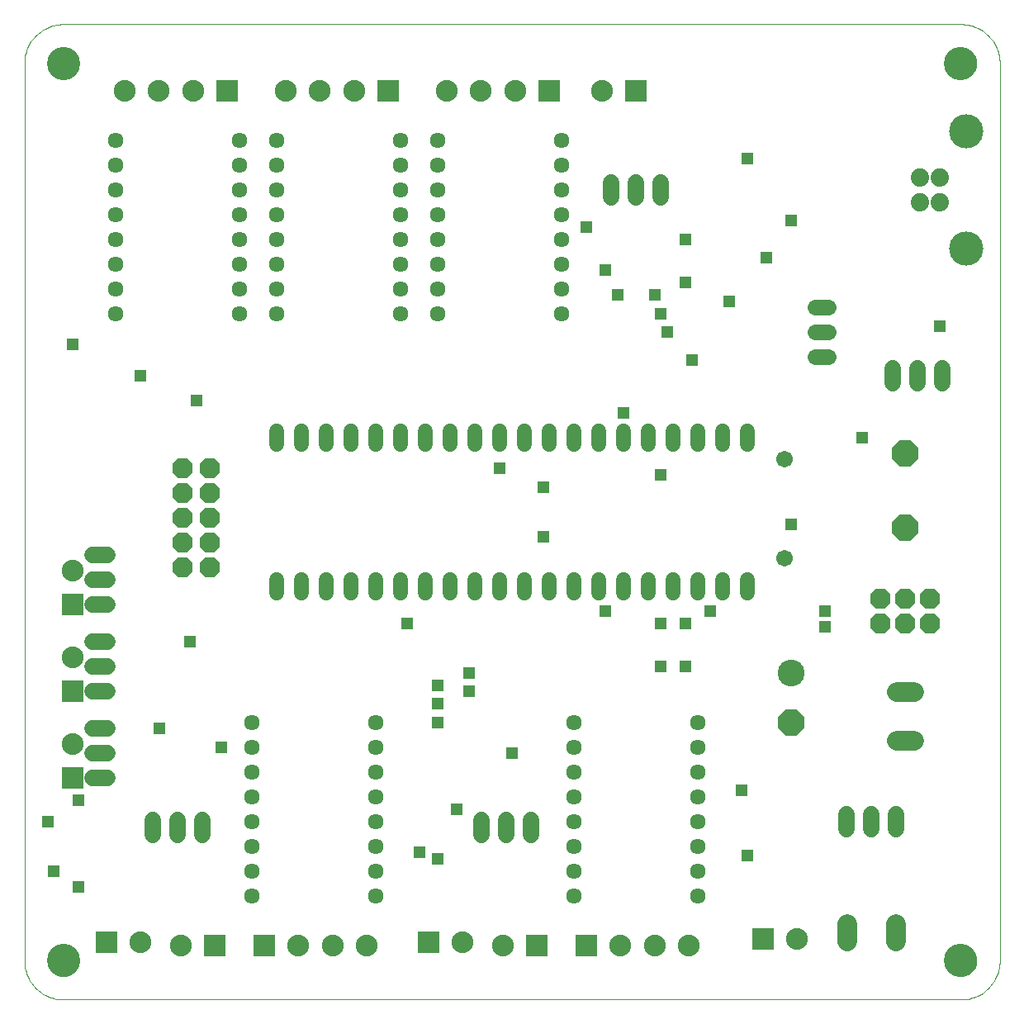
<source format=gbs>
G75*
G70*
%OFA0B0*%
%FSLAX24Y24*%
%IPPOS*%
%LPD*%
%AMOC8*
5,1,8,0,0,1.08239X$1,22.5*
%
%ADD10C,0.0740*%
%ADD11C,0.1380*%
%ADD12C,0.0600*%
%ADD13C,0.0671*%
%ADD14C,0.1080*%
%ADD15OC8,0.1080*%
%ADD16OC8,0.0820*%
%ADD17C,0.0785*%
%ADD18R,0.0880X0.0880*%
%ADD19C,0.0880*%
%ADD20C,0.0680*%
%ADD21C,0.0634*%
%ADD22C,0.0674*%
%ADD23C,0.0000*%
%ADD24C,0.1340*%
%ADD25C,0.0640*%
%ADD26R,0.0476X0.0476*%
D10*
X040786Y035609D03*
X041566Y035609D03*
X041566Y036593D03*
X040786Y036593D03*
D11*
X042636Y038471D03*
X042636Y033731D03*
D12*
X033816Y026361D02*
X033816Y025841D01*
X032816Y025841D02*
X032816Y026361D01*
X031816Y026361D02*
X031816Y025841D01*
X030816Y025841D02*
X030816Y026361D01*
X029816Y026361D02*
X029816Y025841D01*
X028816Y025841D02*
X028816Y026361D01*
X027816Y026361D02*
X027816Y025841D01*
X026816Y025841D02*
X026816Y026361D01*
X025816Y026361D02*
X025816Y025841D01*
X024816Y025841D02*
X024816Y026361D01*
X023816Y026361D02*
X023816Y025841D01*
X022816Y025841D02*
X022816Y026361D01*
X021816Y026361D02*
X021816Y025841D01*
X020816Y025841D02*
X020816Y026361D01*
X019816Y026361D02*
X019816Y025841D01*
X018816Y025841D02*
X018816Y026361D01*
X017816Y026361D02*
X017816Y025841D01*
X016816Y025841D02*
X016816Y026361D01*
X015816Y026361D02*
X015816Y025841D01*
X014816Y025841D02*
X014816Y026361D01*
X014816Y020361D02*
X014816Y019841D01*
X015816Y019841D02*
X015816Y020361D01*
X016816Y020361D02*
X016816Y019841D01*
X017816Y019841D02*
X017816Y020361D01*
X018816Y020361D02*
X018816Y019841D01*
X019816Y019841D02*
X019816Y020361D01*
X020816Y020361D02*
X020816Y019841D01*
X021816Y019841D02*
X021816Y020361D01*
X022816Y020361D02*
X022816Y019841D01*
X023816Y019841D02*
X023816Y020361D01*
X024816Y020361D02*
X024816Y019841D01*
X025816Y019841D02*
X025816Y020361D01*
X026816Y020361D02*
X026816Y019841D01*
X027816Y019841D02*
X027816Y020361D01*
X028816Y020361D02*
X028816Y019841D01*
X029816Y019841D02*
X029816Y020361D01*
X030816Y020361D02*
X030816Y019841D01*
X031816Y019841D02*
X031816Y020361D01*
X032816Y020361D02*
X032816Y019841D01*
X033816Y019841D02*
X033816Y020361D01*
D13*
X035316Y021226D03*
X035316Y025226D03*
D14*
X035566Y016601D03*
D15*
X035566Y014601D03*
X040191Y022476D03*
X040191Y025476D03*
D16*
X040191Y019601D03*
X041191Y019601D03*
X041191Y018601D03*
X040191Y018601D03*
X039191Y018601D03*
X039191Y019601D03*
X012116Y020851D03*
X011016Y020851D03*
X011016Y021851D03*
X011016Y022851D03*
X011016Y023851D03*
X011016Y024851D03*
X012116Y024851D03*
X012116Y023851D03*
X012116Y022851D03*
X012116Y021851D03*
D17*
X037831Y006453D02*
X037831Y005748D01*
X039800Y005748D02*
X039800Y006453D01*
X039838Y013866D02*
X040543Y013866D01*
X040543Y015835D02*
X039838Y015835D01*
D18*
X034441Y005851D03*
X027316Y005601D03*
X025316Y005601D03*
X020941Y005726D03*
X014316Y005601D03*
X012316Y005601D03*
X007941Y005726D03*
X006566Y012351D03*
X006566Y015851D03*
X006566Y019351D03*
X012816Y040101D03*
X019316Y040101D03*
X025816Y040101D03*
X029316Y040101D03*
D19*
X027938Y040101D03*
X024438Y040101D03*
X023060Y040101D03*
X021682Y040101D03*
X017938Y040101D03*
X016560Y040101D03*
X015182Y040101D03*
X011438Y040101D03*
X010060Y040101D03*
X008682Y040101D03*
X006566Y020729D03*
X006566Y017229D03*
X006566Y013729D03*
X009319Y005726D03*
X010938Y005601D03*
X015694Y005601D03*
X017072Y005601D03*
X018450Y005601D03*
X022319Y005726D03*
X023938Y005601D03*
X028694Y005601D03*
X030072Y005601D03*
X031450Y005601D03*
X035819Y005851D03*
D20*
X037816Y010301D02*
X037816Y010901D01*
X038816Y010901D02*
X038816Y010301D01*
X039816Y010301D02*
X039816Y010901D01*
X025066Y010651D02*
X025066Y010051D01*
X024066Y010051D02*
X024066Y010651D01*
X023066Y010651D02*
X023066Y010051D01*
X011816Y010051D02*
X011816Y010651D01*
X010816Y010651D02*
X010816Y010051D01*
X009816Y010051D02*
X009816Y010651D01*
X028316Y035801D02*
X028316Y036401D01*
X029316Y036401D02*
X029316Y035801D01*
X030316Y035801D02*
X030316Y036401D01*
X039691Y028901D02*
X039691Y028301D01*
X040691Y028301D02*
X040691Y028901D01*
X041691Y028901D02*
X041691Y028301D01*
D21*
X031816Y014601D03*
X031816Y013601D03*
X031816Y012601D03*
X031816Y011601D03*
X031816Y010601D03*
X031816Y009601D03*
X031816Y008601D03*
X031816Y007601D03*
X026816Y007601D03*
X026816Y008601D03*
X026816Y009601D03*
X026816Y010601D03*
X026816Y011601D03*
X026816Y012601D03*
X026816Y013601D03*
X026816Y014601D03*
X018816Y014601D03*
X018816Y013601D03*
X018816Y012601D03*
X018816Y011601D03*
X018816Y010601D03*
X018816Y009601D03*
X018816Y008601D03*
X018816Y007601D03*
X013816Y007601D03*
X013816Y008601D03*
X013816Y009601D03*
X013816Y010601D03*
X013816Y011601D03*
X013816Y012601D03*
X013816Y013601D03*
X013816Y014601D03*
X013316Y031101D03*
X013316Y032101D03*
X013316Y033101D03*
X013316Y034101D03*
X013316Y035101D03*
X013316Y036101D03*
X013316Y037101D03*
X013316Y038101D03*
X014816Y038101D03*
X014816Y037101D03*
X014816Y036101D03*
X014816Y035101D03*
X014816Y034101D03*
X014816Y033101D03*
X014816Y032101D03*
X014816Y031101D03*
X019816Y031101D03*
X019816Y032101D03*
X019816Y033101D03*
X019816Y034101D03*
X019816Y035101D03*
X019816Y036101D03*
X019816Y037101D03*
X019816Y038101D03*
X021316Y038101D03*
X021316Y037101D03*
X021316Y036101D03*
X021316Y035101D03*
X021316Y034101D03*
X021316Y033101D03*
X021316Y032101D03*
X021316Y031101D03*
X026316Y031101D03*
X026316Y032101D03*
X026316Y033101D03*
X026316Y034101D03*
X026316Y035101D03*
X026316Y036101D03*
X026316Y037101D03*
X026316Y038101D03*
X008316Y038101D03*
X008316Y037101D03*
X008316Y036101D03*
X008316Y035101D03*
X008316Y034101D03*
X008316Y033101D03*
X008316Y032101D03*
X008316Y031101D03*
D22*
X007988Y021351D02*
X007394Y021351D01*
X007394Y020351D02*
X007988Y020351D01*
X007988Y019351D02*
X007394Y019351D01*
X007394Y017851D02*
X007988Y017851D01*
X007988Y016851D02*
X007394Y016851D01*
X007394Y015851D02*
X007988Y015851D01*
X007988Y014351D02*
X007394Y014351D01*
X007394Y013351D02*
X007988Y013351D01*
X007988Y012351D02*
X007394Y012351D01*
D23*
X004631Y004990D02*
X004631Y041211D01*
X005576Y041211D02*
X005578Y041261D01*
X005584Y041311D01*
X005594Y041360D01*
X005608Y041408D01*
X005625Y041455D01*
X005646Y041500D01*
X005671Y041544D01*
X005699Y041585D01*
X005731Y041624D01*
X005765Y041661D01*
X005802Y041695D01*
X005842Y041725D01*
X005884Y041752D01*
X005928Y041776D01*
X005974Y041797D01*
X006021Y041813D01*
X006069Y041826D01*
X006119Y041835D01*
X006168Y041840D01*
X006219Y041841D01*
X006269Y041838D01*
X006318Y041831D01*
X006367Y041820D01*
X006415Y041805D01*
X006461Y041787D01*
X006506Y041765D01*
X006549Y041739D01*
X006590Y041710D01*
X006629Y041678D01*
X006665Y041643D01*
X006697Y041605D01*
X006727Y041565D01*
X006754Y041522D01*
X006777Y041478D01*
X006796Y041432D01*
X006812Y041384D01*
X006824Y041335D01*
X006832Y041286D01*
X006836Y041236D01*
X006836Y041186D01*
X006832Y041136D01*
X006824Y041087D01*
X006812Y041038D01*
X006796Y040990D01*
X006777Y040944D01*
X006754Y040900D01*
X006727Y040857D01*
X006697Y040817D01*
X006665Y040779D01*
X006629Y040744D01*
X006590Y040712D01*
X006549Y040683D01*
X006506Y040657D01*
X006461Y040635D01*
X006415Y040617D01*
X006367Y040602D01*
X006318Y040591D01*
X006269Y040584D01*
X006219Y040581D01*
X006168Y040582D01*
X006119Y040587D01*
X006069Y040596D01*
X006021Y040609D01*
X005974Y040625D01*
X005928Y040646D01*
X005884Y040670D01*
X005842Y040697D01*
X005802Y040727D01*
X005765Y040761D01*
X005731Y040798D01*
X005699Y040837D01*
X005671Y040878D01*
X005646Y040922D01*
X005625Y040967D01*
X005608Y041014D01*
X005594Y041062D01*
X005584Y041111D01*
X005578Y041161D01*
X005576Y041211D01*
X004631Y041211D02*
X004633Y041288D01*
X004639Y041365D01*
X004648Y041442D01*
X004661Y041518D01*
X004678Y041594D01*
X004699Y041668D01*
X004723Y041742D01*
X004751Y041814D01*
X004782Y041884D01*
X004817Y041953D01*
X004855Y042021D01*
X004896Y042086D01*
X004941Y042149D01*
X004989Y042210D01*
X005039Y042269D01*
X005092Y042325D01*
X005148Y042378D01*
X005207Y042428D01*
X005268Y042476D01*
X005331Y042521D01*
X005396Y042562D01*
X005464Y042600D01*
X005533Y042635D01*
X005603Y042666D01*
X005675Y042694D01*
X005749Y042718D01*
X005823Y042739D01*
X005899Y042756D01*
X005975Y042769D01*
X006052Y042778D01*
X006129Y042784D01*
X006206Y042786D01*
X042426Y042786D01*
X041796Y041211D02*
X041798Y041261D01*
X041804Y041311D01*
X041814Y041360D01*
X041828Y041408D01*
X041845Y041455D01*
X041866Y041500D01*
X041891Y041544D01*
X041919Y041585D01*
X041951Y041624D01*
X041985Y041661D01*
X042022Y041695D01*
X042062Y041725D01*
X042104Y041752D01*
X042148Y041776D01*
X042194Y041797D01*
X042241Y041813D01*
X042289Y041826D01*
X042339Y041835D01*
X042388Y041840D01*
X042439Y041841D01*
X042489Y041838D01*
X042538Y041831D01*
X042587Y041820D01*
X042635Y041805D01*
X042681Y041787D01*
X042726Y041765D01*
X042769Y041739D01*
X042810Y041710D01*
X042849Y041678D01*
X042885Y041643D01*
X042917Y041605D01*
X042947Y041565D01*
X042974Y041522D01*
X042997Y041478D01*
X043016Y041432D01*
X043032Y041384D01*
X043044Y041335D01*
X043052Y041286D01*
X043056Y041236D01*
X043056Y041186D01*
X043052Y041136D01*
X043044Y041087D01*
X043032Y041038D01*
X043016Y040990D01*
X042997Y040944D01*
X042974Y040900D01*
X042947Y040857D01*
X042917Y040817D01*
X042885Y040779D01*
X042849Y040744D01*
X042810Y040712D01*
X042769Y040683D01*
X042726Y040657D01*
X042681Y040635D01*
X042635Y040617D01*
X042587Y040602D01*
X042538Y040591D01*
X042489Y040584D01*
X042439Y040581D01*
X042388Y040582D01*
X042339Y040587D01*
X042289Y040596D01*
X042241Y040609D01*
X042194Y040625D01*
X042148Y040646D01*
X042104Y040670D01*
X042062Y040697D01*
X042022Y040727D01*
X041985Y040761D01*
X041951Y040798D01*
X041919Y040837D01*
X041891Y040878D01*
X041866Y040922D01*
X041845Y040967D01*
X041828Y041014D01*
X041814Y041062D01*
X041804Y041111D01*
X041798Y041161D01*
X041796Y041211D01*
X042426Y042786D02*
X042503Y042784D01*
X042580Y042778D01*
X042657Y042769D01*
X042733Y042756D01*
X042809Y042739D01*
X042883Y042718D01*
X042957Y042694D01*
X043029Y042666D01*
X043099Y042635D01*
X043168Y042600D01*
X043236Y042562D01*
X043301Y042521D01*
X043364Y042476D01*
X043425Y042428D01*
X043484Y042378D01*
X043540Y042325D01*
X043593Y042269D01*
X043643Y042210D01*
X043691Y042149D01*
X043736Y042086D01*
X043777Y042021D01*
X043815Y041953D01*
X043850Y041884D01*
X043881Y041814D01*
X043909Y041742D01*
X043933Y041668D01*
X043954Y041594D01*
X043971Y041518D01*
X043984Y041442D01*
X043993Y041365D01*
X043999Y041288D01*
X044001Y041211D01*
X044001Y004990D01*
X041796Y004990D02*
X041798Y005040D01*
X041804Y005090D01*
X041814Y005139D01*
X041828Y005187D01*
X041845Y005234D01*
X041866Y005279D01*
X041891Y005323D01*
X041919Y005364D01*
X041951Y005403D01*
X041985Y005440D01*
X042022Y005474D01*
X042062Y005504D01*
X042104Y005531D01*
X042148Y005555D01*
X042194Y005576D01*
X042241Y005592D01*
X042289Y005605D01*
X042339Y005614D01*
X042388Y005619D01*
X042439Y005620D01*
X042489Y005617D01*
X042538Y005610D01*
X042587Y005599D01*
X042635Y005584D01*
X042681Y005566D01*
X042726Y005544D01*
X042769Y005518D01*
X042810Y005489D01*
X042849Y005457D01*
X042885Y005422D01*
X042917Y005384D01*
X042947Y005344D01*
X042974Y005301D01*
X042997Y005257D01*
X043016Y005211D01*
X043032Y005163D01*
X043044Y005114D01*
X043052Y005065D01*
X043056Y005015D01*
X043056Y004965D01*
X043052Y004915D01*
X043044Y004866D01*
X043032Y004817D01*
X043016Y004769D01*
X042997Y004723D01*
X042974Y004679D01*
X042947Y004636D01*
X042917Y004596D01*
X042885Y004558D01*
X042849Y004523D01*
X042810Y004491D01*
X042769Y004462D01*
X042726Y004436D01*
X042681Y004414D01*
X042635Y004396D01*
X042587Y004381D01*
X042538Y004370D01*
X042489Y004363D01*
X042439Y004360D01*
X042388Y004361D01*
X042339Y004366D01*
X042289Y004375D01*
X042241Y004388D01*
X042194Y004404D01*
X042148Y004425D01*
X042104Y004449D01*
X042062Y004476D01*
X042022Y004506D01*
X041985Y004540D01*
X041951Y004577D01*
X041919Y004616D01*
X041891Y004657D01*
X041866Y004701D01*
X041845Y004746D01*
X041828Y004793D01*
X041814Y004841D01*
X041804Y004890D01*
X041798Y004940D01*
X041796Y004990D01*
X042426Y003415D02*
X042503Y003417D01*
X042580Y003423D01*
X042657Y003432D01*
X042733Y003445D01*
X042809Y003462D01*
X042883Y003483D01*
X042957Y003507D01*
X043029Y003535D01*
X043099Y003566D01*
X043168Y003601D01*
X043236Y003639D01*
X043301Y003680D01*
X043364Y003725D01*
X043425Y003773D01*
X043484Y003823D01*
X043540Y003876D01*
X043593Y003932D01*
X043643Y003991D01*
X043691Y004052D01*
X043736Y004115D01*
X043777Y004180D01*
X043815Y004248D01*
X043850Y004317D01*
X043881Y004387D01*
X043909Y004459D01*
X043933Y004533D01*
X043954Y004607D01*
X043971Y004683D01*
X043984Y004759D01*
X043993Y004836D01*
X043999Y004913D01*
X044001Y004990D01*
X042426Y003416D02*
X006206Y003416D01*
X005576Y004990D02*
X005578Y005040D01*
X005584Y005090D01*
X005594Y005139D01*
X005608Y005187D01*
X005625Y005234D01*
X005646Y005279D01*
X005671Y005323D01*
X005699Y005364D01*
X005731Y005403D01*
X005765Y005440D01*
X005802Y005474D01*
X005842Y005504D01*
X005884Y005531D01*
X005928Y005555D01*
X005974Y005576D01*
X006021Y005592D01*
X006069Y005605D01*
X006119Y005614D01*
X006168Y005619D01*
X006219Y005620D01*
X006269Y005617D01*
X006318Y005610D01*
X006367Y005599D01*
X006415Y005584D01*
X006461Y005566D01*
X006506Y005544D01*
X006549Y005518D01*
X006590Y005489D01*
X006629Y005457D01*
X006665Y005422D01*
X006697Y005384D01*
X006727Y005344D01*
X006754Y005301D01*
X006777Y005257D01*
X006796Y005211D01*
X006812Y005163D01*
X006824Y005114D01*
X006832Y005065D01*
X006836Y005015D01*
X006836Y004965D01*
X006832Y004915D01*
X006824Y004866D01*
X006812Y004817D01*
X006796Y004769D01*
X006777Y004723D01*
X006754Y004679D01*
X006727Y004636D01*
X006697Y004596D01*
X006665Y004558D01*
X006629Y004523D01*
X006590Y004491D01*
X006549Y004462D01*
X006506Y004436D01*
X006461Y004414D01*
X006415Y004396D01*
X006367Y004381D01*
X006318Y004370D01*
X006269Y004363D01*
X006219Y004360D01*
X006168Y004361D01*
X006119Y004366D01*
X006069Y004375D01*
X006021Y004388D01*
X005974Y004404D01*
X005928Y004425D01*
X005884Y004449D01*
X005842Y004476D01*
X005802Y004506D01*
X005765Y004540D01*
X005731Y004577D01*
X005699Y004616D01*
X005671Y004657D01*
X005646Y004701D01*
X005625Y004746D01*
X005608Y004793D01*
X005594Y004841D01*
X005584Y004890D01*
X005578Y004940D01*
X005576Y004990D01*
X004631Y004990D02*
X004633Y004913D01*
X004639Y004836D01*
X004648Y004759D01*
X004661Y004683D01*
X004678Y004607D01*
X004699Y004533D01*
X004723Y004459D01*
X004751Y004387D01*
X004782Y004317D01*
X004817Y004248D01*
X004855Y004180D01*
X004896Y004115D01*
X004941Y004052D01*
X004989Y003991D01*
X005039Y003932D01*
X005092Y003876D01*
X005148Y003823D01*
X005207Y003773D01*
X005268Y003725D01*
X005331Y003680D01*
X005396Y003639D01*
X005464Y003601D01*
X005533Y003566D01*
X005603Y003535D01*
X005675Y003507D01*
X005749Y003483D01*
X005823Y003462D01*
X005899Y003445D01*
X005975Y003432D01*
X006052Y003423D01*
X006129Y003417D01*
X006206Y003415D01*
D24*
X006206Y004990D03*
X042426Y004990D03*
X042426Y041211D03*
X006206Y041211D03*
D25*
X036536Y031351D02*
X037096Y031351D01*
X037096Y030351D02*
X036536Y030351D01*
X036536Y029351D02*
X037096Y029351D01*
D26*
X038441Y026101D03*
X035566Y022601D03*
X036941Y019101D03*
X036941Y018476D03*
X032316Y019101D03*
X031316Y018601D03*
X030316Y018601D03*
X030316Y016851D03*
X031316Y016851D03*
X028066Y019101D03*
X025566Y022101D03*
X025566Y024101D03*
X023816Y024851D03*
X028816Y027101D03*
X030316Y024601D03*
X031566Y029226D03*
X030566Y030351D03*
X030316Y031101D03*
X030066Y031851D03*
X031316Y032351D03*
X033066Y031601D03*
X034566Y033351D03*
X035566Y034851D03*
X033816Y037351D03*
X031316Y034101D03*
X028566Y031851D03*
X028066Y032851D03*
X027316Y034601D03*
X041566Y030601D03*
X024316Y013351D03*
X022566Y015851D03*
X022566Y016601D03*
X021316Y016101D03*
X021316Y015351D03*
X021316Y014601D03*
X022066Y011101D03*
X021316Y009101D03*
X020566Y009351D03*
X012566Y013601D03*
X010066Y014351D03*
X006816Y011476D03*
X005566Y010601D03*
X005816Y008601D03*
X006816Y007976D03*
X011316Y017851D03*
X020066Y018601D03*
X011566Y027601D03*
X009316Y028601D03*
X006566Y029851D03*
X033566Y011851D03*
X033816Y009226D03*
M02*

</source>
